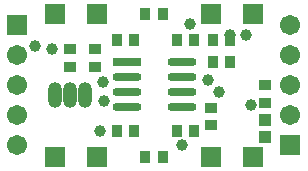
<source format=gts>
%FSLAX25Y25*%
%MOIN*%
G70*
G01*
G75*
G04 Layer_Color=8388736*
%ADD10R,0.03543X0.02756*%
%ADD11R,0.02756X0.03543*%
%ADD12R,0.03543X0.03150*%
%ADD13R,0.05906X0.05906*%
%ADD14R,0.08858X0.01969*%
%ADD15O,0.08858X0.01969*%
%ADD16C,0.01969*%
%ADD17C,0.00394*%
%ADD18R,0.05906X0.05906*%
%ADD19C,0.05906*%
%ADD20O,0.03937X0.07874*%
%ADD21O,0.03937X0.07874*%
%ADD22C,0.03150*%
%ADD23C,0.00787*%
%ADD24C,0.00984*%
%ADD25C,0.00591*%
%ADD26R,0.04343X0.03556*%
%ADD27R,0.03556X0.04343*%
%ADD28R,0.04343X0.03950*%
%ADD29R,0.06706X0.06706*%
%ADD30R,0.09658X0.02769*%
%ADD31O,0.09658X0.02769*%
%ADD32R,0.06706X0.06706*%
%ADD33C,0.06706*%
%ADD34O,0.04737X0.08674*%
%ADD35O,0.04737X0.08674*%
%ADD36C,0.03950*%
D26*
X338500Y290047D02*
D03*
Y295953D02*
D03*
X395000Y283953D02*
D03*
Y278047D02*
D03*
X377000Y276453D02*
D03*
Y270547D02*
D03*
X330000Y290047D02*
D03*
Y295953D02*
D03*
D27*
X345547Y299000D02*
D03*
X351453D02*
D03*
X361042Y307500D02*
D03*
X355136D02*
D03*
X371453Y299000D02*
D03*
X365547D02*
D03*
X383453D02*
D03*
X377547D02*
D03*
X383453Y291500D02*
D03*
X377547D02*
D03*
X371453Y268500D02*
D03*
X365547D02*
D03*
X361042Y260000D02*
D03*
X355136D02*
D03*
X345547Y268500D02*
D03*
X351453D02*
D03*
D28*
X395000Y266744D02*
D03*
Y272256D02*
D03*
D29*
X325110Y307500D02*
D03*
X338890D02*
D03*
X325110Y260000D02*
D03*
X338890D02*
D03*
X390890D02*
D03*
X377110D02*
D03*
X390890Y307500D02*
D03*
X377110D02*
D03*
D30*
X348935Y291500D02*
D03*
D31*
Y286500D02*
D03*
Y281500D02*
D03*
Y276500D02*
D03*
X367243Y291500D02*
D03*
Y286500D02*
D03*
Y281500D02*
D03*
Y276500D02*
D03*
D32*
X312500Y304000D02*
D03*
X403500Y264000D02*
D03*
D33*
X312500Y294000D02*
D03*
Y284000D02*
D03*
Y274000D02*
D03*
Y264000D02*
D03*
X403500Y274000D02*
D03*
Y284000D02*
D03*
Y294000D02*
D03*
Y304000D02*
D03*
D34*
X335000Y280500D02*
D03*
X325000D02*
D03*
D35*
X330000D02*
D03*
D36*
X383500Y300600D02*
D03*
X325000Y307500D02*
D03*
X390890D02*
D03*
X390779Y260000D02*
D03*
X388800Y300600D02*
D03*
X390300Y277300D02*
D03*
X370200Y304200D02*
D03*
X341000Y285000D02*
D03*
X324000Y296000D02*
D03*
X376000Y285500D02*
D03*
X340000Y268500D02*
D03*
X318500Y297000D02*
D03*
X341500Y278500D02*
D03*
X367500Y264000D02*
D03*
X379559Y281559D02*
D03*
M02*

</source>
